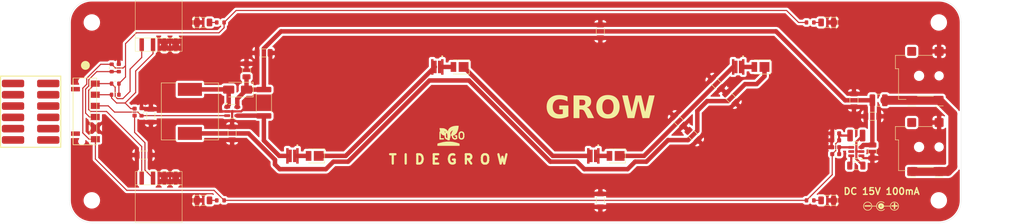
<source format=kicad_pcb>
(kicad_pcb (version 20240108) (generator "pcbnew") (generator_version "8.0")
  (layers (0 "F.Cu" signal) (31 "B.Cu" signal) (34 "B.Paste" user) (35 "F.Paste" user) (36 "B.SilkS" user "B.Silkscreen") (37 "F.SilkS" user "F.Silkscreen") (38 "B.Mask" user) (39 "F.Mask" user) (44 "Edge.Cuts" user))
  (net 0 "")
  (net 1 "GND")
  (net 2 "/PWR3V3")
  (net 3 "/PWRIN")
  (net 4 "/PWM_LEDW")
  (net 5 "Net-(D7-A)")
  (net 6 "Net-(D8-A)")
  (net 7 "Net-(D20-A)")
  (net 9 "Net-(D1-A)")
  (net 10 "Net-(U2-ISENSE)")
  (net 11 "Net-(D2-Pad1_1)")
  (net 12 "Net-(D10-Pad2_1)")
  (net 13 "Net-(D3-Pad2_1)")
  (net 14 "/TEMP")
  (net 16 "/SW")
  (net 17 "Net-(U4-BST)")
  (net 18 "Net-(U4-FB)")
  (net 32 "/SCL")
  (net 33 "/SDA")
  (net 34 "Net-(D6-A)")
  (net 35 "/PWRFUSED")
  (net 36 "/LN")
  (net 37 "Net-(D10-Pad1_1)")
  (net 38 "Net-(D11-Pad2_1)")
  (net 39 "Net-(D12-Pad2_1)")
  (net 40 "Net-(D11-Pad1_1)")
  (footprint "Diode_SMD:D_SMA" (layer "F.Cu") (at 87.7 95.1 180)
    (property "Reference" "D1" (hide yes))
    (property "Value" "SS34")
    (pad "1" smd roundrect (at -2 0 180) (size 2.5 1.8) (layers "F.Cu" "F.Paste" "F.Mask") (roundrect_rratio 0.1388888889) (net 35 "/PWRFUSED"))
    (pad "2" smd roundrect (at 2 0 180) (size 2.5 1.8) (layers "F.Cu" "F.Paste" "F.Mask") (roundrect_rratio 0.1388888889) (net 9 "Net-(D1-A)"))
  )
  (footprint "LD-LEDS:LED_PLCC_2835_KBIG" (layer "F.Cu") (at 205 90 180)
    (property "Reference" "D12" (hide yes))
    (property "Value" "660nm")
    (pad "1_1" smd rect (at -0.9 0 180) (size 2.2 2.2) (layers "F.Cu" "F.Paste" "F.Mask") (net 36 "/LN"))
    (pad "2_2" smd rect (at 1.375 0 180) (size 1.25 2.2) (layers "F.Cu" "F.Paste" "F.Mask") (net 39 "Net-(D12-Pad2_1)"))
  )
  (footprint "Resistor_SMD:R_1206_3216Metric" (layer "F.Cu") (at 68.25 100.95 90)
    (property "Reference" "R15" (hide yes))
    (property "Value" "0R")
    (pad "1" smd roundrect (at -1.4625 0 90) (size 1.125 1.75) (layers "F.Cu" "F.Paste" "F.Mask") (roundrect_rratio 0.222222) (net 1 "GND"))
    (pad "2" smd roundrect (at 1.4625 0 90) (size 1.125 1.75) (layers "F.Cu" "F.Paste" "F.Mask") (roundrect_rratio 0.222222) (net 1 "GND"))
  )
  (footprint "Package_TO_SOT_SMD:TSOT-23-6" (layer "F.Cu") (at 226.5 109.025 180)
    (property "Reference" "U4" (hide yes))
    (property "Value" "AP62300TWU-7")
    (pad "1" smd roundrect (at -1.1375 -0.95 180) (size 1.325 0.6) (layers "F.Cu" "F.Paste" "F.Mask") (net 1 "GND"))
    (pad "2" smd roundrect (at -1.1375 0 180) (size 1.325 0.6) (layers "F.Cu" "F.Paste" "F.Mask") (net 16 "/SW"))
    (pad "3" smd roundrect (at -1.1375 0.95 180) (size 1.325 0.6) (layers "F.Cu" "F.Paste" "F.Mask") (net 35 "/PWRFUSED"))
    (pad "4" smd roundrect (at 1.1375 0.95 180) (size 1.325 0.6) (layers "F.Cu" "F.Paste" "F.Mask") (net 18 "Net-(U4-FB)"))
    (pad "5" smd roundrect (at 1.1375 0 180) (size 1.325 0.6) (layers "F.Cu" "F.Paste" "F.Mask"))
    (pad "6" smd roundrect (at 1.1375 -0.95 180) (size 1.325 0.6) (layers "F.Cu" "F.Paste" "F.Mask") (net 17 "Net-(U4-BST)"))
  )
  (footprint "LD-MODULES:LD-ZWOLF" (layer "F.Cu") (at 41.275 100.065 -90)
    (property "Reference" "U3" (hide yes))
    (property "Value" "~")
    (pad "1" smd roundrect (at -6.35 -3.95 270) (size 1.7 5) (layers "F.Cu" "F.Paste" "F.Mask"))
    (pad "2" smd roundrect (at -3.81 -3.95 270) (size 1.7 5) (layers "F.Cu" "F.Paste" "F.Mask"))
    (pad "3" smd roundrect (at -1.27 -3.95 270) (size 1.7 5) (layers "F.Cu" "F.Paste" "F.Mask"))
    (pad "4" smd roundrect (at 1.27 -3.95 270) (size 1.7 5) (layers "F.Cu" "F.Paste" "F.Mask"))
    (pad "5" smd roundrect (at 3.81 -3.95 270) (size 1.7 5) (layers "F.Cu" "F.Paste" "F.Mask"))
    (pad "6" smd roundrect (at 6.35 -3.95 270) (size 1.7 5) (layers "F.Cu" "F.Paste" "F.Mask"))
    (pad "7" smd roundrect (at -6.35 3.95 270) (size 1.7 5) (layers "F.Cu" "F.Paste" "F.Mask"))
    (pad "8" smd roundrect (at -3.81 3.95 270) (size 1.7 5) (layers "F.Cu" "F.Paste" "F.Mask"))
    (pad "9" smd roundrect (at -1.27 3.95 270) (size 1.7 5) (layers "F.Cu" "F.Paste" "F.Mask"))
    (pad "10" smd roundrect (at 1.27 3.95 270) (size 1.7 5) (layers "F.Cu" "F.Paste" "F.Mask"))
    (pad "11" smd roundrect (at 3.81 3.95 270) (size 1.7 5) (layers "F.Cu" "F.Paste" "F.Mask"))
    (pad "12" smd roundrect (at 6.35 3.95 270) (size 1.7 5) (layers "F.Cu" "F.Paste" "F.Mask"))
  )
  (footprint "Resistor_SMD:R_1206_3216Metric" (layer "F.Cu") (at 198.34 97 -45)
    (property "Reference" "R13" (hide yes))
    (property "Value" "0R")
    (pad "1" smd roundrect (at -1.4625 0 315) (size 1.125 1.75) (layers "F.Cu" "F.Paste" "F.Mask") (roundrect_rratio 0.222222) (net 1 "GND"))
    (pad "2" smd roundrect (at 1.4625 0 315) (size 1.125 1.75) (layers "F.Cu" "F.Paste" "F.Mask") (roundrect_rratio 0.222222) (net 1 "GND"))
  )
  (footprint "Capacitor_SMD:C_0603_1608Metric" (layer "F.Cu") (at 221.875 106.5 180)
    (property "Reference" "C10" (hide yes))
    (property "Value" "22uF")
    (pad "1" smd roundrect (at -0.775 0 180) (size 0.9 0.95) (layers "F.Cu" "F.Paste" "F.Mask") (net 2 "/PWR3V3"))
    (pad "2" smd roundrect (at 0.775 0 180) (size 0.9 0.95) (layers "F.Cu" "F.Paste" "F.Mask") (net 1 "GND"))
  )
  (footprint "Capacitor_SMD:C_0603_1608Metric" (layer "F.Cu") (at 221.875 108.05)
    (property "Reference" "R10" (hide yes))
    (property "Value" "10K")
    (pad "1" smd roundrect (at -0.775 0) (size 0.9 0.95) (layers "F.Cu" "F.Paste" "F.Mask") (net 1 "GND"))
    (pad "2" smd roundrect (at 0.775 0) (size 0.9 0.95) (layers "F.Cu" "F.Paste" "F.Mask") (net 18 "Net-(U4-FB)"))
  )
  (footprint "MountingHole:MountingHole_3.2mm_M3_DIN965" (layer "F.Cu") (at 55 120)
    (property "Reference" "H3" (hide yes))
    (property "Value" "MountingHole")
    (pad "" np_thru_hole circle (at 0 0) (size 3.2 3.2) (drill 3.2) (layers "*.Cu" "*.Mask" "In1.Cu" "In2.Cu" "In3.Cu" "In4.Cu" "In5.Cu" "In6.Cu" "In7.Cu" "In8.Cu" "In9.Cu" "In10.Cu" "In11.Cu" "In12.Cu" "In13.Cu" "In14.Cu" "In15.Cu" "In16.Cu" "In17.Cu" "In18.Cu" "In19.Cu" "In20.Cu" "In21.Cu" "In22.Cu" "In23.Cu" "In24.Cu" "In25.Cu" "In26.Cu" "In27.Cu" "In28.Cu" "In29.Cu" "In30.Cu"))
  )
  (footprint "Resistor_SMD:R_1206_3216Metric" (layer "F.Cu") (at 169.08 82 90)
    (property "Reference" "R12" (hide yes))
    (property "Value" "0R")
    (pad "1" smd roundrect (at -1.4625 0 90) (size 1.125 1.75) (layers "F.Cu" "F.Paste" "F.Mask") (roundrect_rratio 0.222222) (net 1 "GND"))
    (pad "2" smd roundrect (at 1.4625 0 90) (size 1.125 1.75) (layers "F.Cu" "F.Paste" "F.Mask") (roundrect_rratio 0.222222) (net 1 "GND"))
  )
  (footprint "Connector_BarrelJack:BarrelJack_Wuerth_694108106102_2.5x5.5mm" (layer "F.Cu") (at 242 92 90)
    (property "Reference" "J2" (hide yes))
    (property "Value" "Barrel_Jack_Switch")
    (pad "" np_thru_hole circle (at 0 -1.425 90) (size 1.8 1.8) (drill 1.8) (layers "*.Cu" "*.Mask" "In1.Cu" "In2.Cu" "In3.Cu" "In4.Cu" "In5.Cu" "In6.Cu" "In7.Cu" "In8.Cu" "In9.Cu" "In10.Cu" "In11.Cu" "In12.Cu" "In13.Cu" "In14.Cu" "In15.Cu" "In16.Cu" "In17.Cu" "In18.Cu" "In19.Cu" "In20.Cu" "In21.Cu" "In22.Cu" "In23.Cu" "In24.Cu" "In25.Cu" "In26.Cu" "In27.Cu" "In28.Cu" "In29.Cu" "In30.Cu"))
    (pad "" np_thru_hole circle (at 0 3.075 90) (size 1.6 1.6) (drill 1.6) (layers "*.Cu" "*.Mask" "In1.Cu" "In2.Cu" "In3.Cu" "In4.Cu" "In5.Cu" "In6.Cu" "In7.Cu" "In8.Cu" "In9.Cu" "In10.Cu" "In11.Cu" "In12.Cu" "In13.Cu" "In14.Cu" "In15.Cu" "In16.Cu" "In17.Cu" "In18.Cu" "In19.Cu" "In20.Cu" "In21.Cu" "In22.Cu" "In23.Cu" "In24.Cu" "In25.Cu" "In26.Cu" "In27.Cu" "In28.Cu" "In29.Cu" "In30.Cu"))
    (pad "1" smd roundrect (at -5.5 -3.075 90) (size 2 2) (layers "F.Cu" "F.Paste" "F.Mask") (roundrect_rratio 0.125) (net 3 "/PWRIN"))
    (pad "1" smd roundrect (at -5.5 3.075 90) (size 2 2) (layers "F.Cu" "F.Paste" "F.Mask") (roundrect_rratio 0.125) (net 3 "/PWRIN"))
    (pad "2" smd roundrect (at 5.5 3.075 90) (size 2 2) (layers "F.Cu" "F.Paste" "F.Mask") (roundrect_rratio 0.125) (net 1 "GND"))
    (pad "3" smd roundrect (at 5.5 -3.075 90) (size 2 2) (layers "F.Cu" "F.Paste" "F.Mask") (roundrect_rratio 0.125))
  )
  (footprint "Capacitor_SMD:C_0603_1608Metric" (layer "F.Cu") (at 221.875 104.95 180)
    (property "Reference" "C9" (hide yes))
    (property "Value" "22uF")
    (pad "1" smd roundrect (at -0.775 0 180) (size 0.9 0.95) (layers "F.Cu" "F.Paste" "F.Mask") (net 2 "/PWR3V3"))
    (pad "2" smd roundrect (at 0.775 0 180) (size 0.9 0.95) (layers "F.Cu" "F.Paste" "F.Mask") (net 1 "GND"))
  )
  (footprint "LD-LEDS:LED_PLCC_2835_KBIG" (layer "F.Cu") (at 137.5 90 180)
    (property "Reference" "D10" (hide yes))
    (property "Value" "660nm")
    (pad "1_1" smd rect (at -0.9 0 180) (size 2.2 2.2) (layers "F.Cu" "F.Paste" "F.Mask") (net 37 "Net-(D10-Pad1_1)"))
    (pad "2_2" smd rect (at 1.375 0 180) (size 1.25 2.2) (layers "F.Cu" "F.Paste" "F.Mask") (net 12 "Net-(D10-Pad2_1)"))
  )
  (footprint "Inductor_SMD:L_SXN_SMDRI127" (layer "F.Cu") (at 77 100 90)
    (property "Reference" "L1" (hide yes))
    (property "Value" "47uH_1.2A_CMLH1204S470MTT")
    (pad "1" smd rect (at -4.95 0 90) (size 2.9 5.4) (layers "F.Cu" "F.Paste" "F.Mask") (net 36 "/LN"))
    (pad "2" smd rect (at 4.95 0 90) (size 2.9 5.4) (layers "F.Cu" "F.Paste" "F.Mask") (net 9 "Net-(D1-A)"))
  )
  (footprint "Resistor_SMD:R_0603_1608Metric" (layer "F.Cu") (at 216.15 80 180)
    (property "Reference" "R4" (hide yes))
    (property "Value" "1K")
    (pad "1" smd roundrect (at -0.825 0 180) (size 0.8 0.95) (layers "F.Cu" "F.Paste" "F.Mask") (net 34 "Net-(D6-A)"))
    (pad "2" smd roundrect (at 0.825 0 180) (size 0.8 0.95) (layers "F.Cu" "F.Paste" "F.Mask") (net 2 "/PWR3V3"))
  )
  (footprint "Resistor_SMD:R_0603_1608Metric" (layer "F.Cu") (at 59.45 90.225 90)
    (property "Reference" "R21" (hide yes))
    (property "Value" "20K")
    (pad "1" smd roundrect (at -0.825 0 90) (size 0.8 0.95) (layers "F.Cu" "F.Paste" "F.Mask") (net 14 "/TEMP"))
    (pad "2" smd roundrect (at 0.825 0 90) (size 0.8 0.95) (layers "F.Cu" "F.Paste" "F.Mask") (net 2 "/PWR3V3"))
  )
  (footprint "Resistor_SMD:R_1206_3216Metric" (layer "F.Cu") (at 93.5375 86.85)
    (property "Reference" "R14" (hide yes))
    (property "Value" "0R")
    (pad "1" smd roundrect (at -1.4625 0) (size 1.125 1.75) (layers "F.Cu" "F.Paste" "F.Mask") (roundrect_rratio 0.222222) (net 1 "GND"))
    (pad "2" smd roundrect (at 1.4625 0) (size 1.125 1.75) (layers "F.Cu" "F.Paste" "F.Mask") (roundrect_rratio 0.222222) (net 1 "GND"))
  )
  (footprint "LD-CONNECTORS:LD-SMD-FEMALE-1x04" (layer "F.Cu") (at 70 115 90)
    (property "Reference" "J5" (hide yes))
    (property "Value" "Conn_01x04_Socket")
    (pad "1" smd roundrect (at 0 -3.81 90) (size 3 1) (layers "F.Cu" "F.Paste" "F.Mask") (net 32 "/SCL"))
    (pad "2" smd roundrect (at 0 -1.27 90) (size 3 1) (layers "F.Cu" "F.Paste" "F.Mask") (net 33 "/SDA"))
    (pad "3" smd roundrect (at 0 1.27 90) (size 3 1) (layers "F.Cu" "F.Paste" "F.Mask") (net 1 "GND"))
    (pad "4" smd roundrect (at 0 3.81 90) (size 3 1) (layers "F.Cu" "F.Paste" "F.Mask") (net 1 "GND"))
  )
  (footprint "Capacitor_SMD:C_1206_3216Metric" (layer "F.Cu") (at 89.7 90.75 90)
    (property "Reference" "C4" (hide yes))
    (property "Value" "10uF30v")
    (pad "1" smd roundrect (at -1.475 0 90) (size 1.15 1.8) (layers "F.Cu" "F.Paste" "F.Mask") (roundrect_rratio 0.217391) (net 35 "/PWRFUSED"))
    (pad "2" smd roundrect (at 1.475 0 90) (size 1.15 1.8) (layers "F.Cu" "F.Paste" "F.Mask") (roundrect_rratio 0.217391) (net 1 "GND"))
  )
  (footprint "Resistor_SMD:R_0603_1608Metric" (layer "F.Cu") (at 61.05 90.225 90)
    (property "Reference" "TH1" (hide yes))
    (property "Value" "Thermistor_NTC")
    (pad "1" smd roundrect (at -0.825 0 90) (size 0.8 0.95) (layers "F.Cu" "F.Paste" "F.Mask") (net 14 "/TEMP"))
    (pad "2" smd roundrect (at 0.825 0 90) (size 0.8 0.95) (layers "F.Cu" "F.Paste" "F.Mask") (net 1 "GND"))
  )
  (footprint "Fuse:Fuse_1210_3225Metric" (layer "F.Cu") (at 231.5 97.5 180)
    (property "Reference" "F2" (hide yes))
    (property "Value" "1A_TRIP")
    (pad "1" smd roundrect (at -1.4 0 180) (size 1.25 2.65) (layers "F.Cu" "F.Paste" "F.Mask") (roundrect_rratio 0.2) (net 3 "/PWRIN"))
    (pad "2" smd roundrect (at 1.4 0 180) (size 1.25 2.65) (layers "F.Cu" "F.Paste" "F.Mask") (roundrect_rratio 0.2) (net 35 "/PWRFUSED"))
  )
  (footprint "Resistor_SMD:R_1206_3216Metric" (layer "F.Cu") (at 66.6075 109.82)
    (property "Reference" "R15" (hide yes))
    (property "Value" "0R")
    (pad "1" smd roundrect (at -1.4625 0) (size 1.125 1.75) (layers "F.Cu" "F.Paste" "F.Mask") (roundrect_rratio 0.222222) (net 1 "GND"))
    (pad "2" smd roundrect (at 1.4625 0) (size 1.125 1.75) (layers "F.Cu" "F.Paste" "F.Mask") (roundrect_rratio 0.222222) (net 1 "GND"))
  )
  (footprint "LED_SMD:LED_1206_3216Metric" (layer "F.Cu") (at 80 120)
    (property "Reference" "D7" (hide yes))
    (property "Value" "LED")
    (pad "1" smd roundrect (at -1.4 0) (size 1.25 1.75) (layers "F.Cu" "F.Paste" "F.Mask") (roundrect_rratio 0.2) (net 1 "GND"))
    (pad "2" smd roundrect (at 1.4 0) (size 1.25 1.75) (layers "F.Cu" "F.Paste" "F.Mask") (roundrect_rratio 0.2) (net 5 "Net-(D7-A)"))
  )
  (footprint "Capacitor_SMD:C_1206_3216Metric" (layer "F.Cu") (at 226.5 112.175)
    (property "Reference" "C8" (hide yes))
    (property "Value" "100nF30v")
    (pad "1" smd roundrect (at -1.475 0) (size 1.15 1.8) (layers "F.Cu" "F.Paste" "F.Mask") (roundrect_rratio 0.217391) (net 17 "Net-(U4-BST)"))
    (pad "2" smd roundrect (at 1.475 0) (size 1.15 1.8) (layers "F.Cu" "F.Paste" "F.Mask") (roundrect_rratio 0.217391) (net 16 "/SW"))
  )
  (footprint "Resistor_SMD:R_0603_1608Metric" (layer "F.Cu") (at 66.15 100.15 -90)
    (property "Reference" "R18" (hide yes))
    (property "Value" "10K")
    (pad "1" smd roundrect (at -0.825 0 270) (size 0.8 0.95) (layers "F.Cu" "F.Paste" "F.Mask") (net 1 "GND"))
    (pad "2" smd roundrect (at 0.825 0 270) (size 0.8 0.95) (layers "F.Cu" "F.Paste" "F.Mask") (net 4 "/PWM_LEDW"))
  )
  (footprint "Connector_BarrelJack:BarrelJack_Wuerth_694108106102_2.5x5.5mm" (layer "F.Cu") (at 242 108 90)
    (property "Reference" "J3" (hide yes))
    (property "Value" "Barrel_Jack_Switch")
    (pad "" np_thru_hole circle (at 0 -1.425 90) (size 1.8 1.8) (drill 1.8) (layers "*.Cu" "*.Mask" "In1.Cu" "In2.Cu" "In3.Cu" "In4.Cu" "In5.Cu" "In6.Cu" "In7.Cu" "In8.Cu" "In9.Cu" "In10.Cu" "In11.Cu" "In12.Cu" "In13.Cu" "In14.Cu" "In15.Cu" "In16.Cu" "In17.Cu" "In18.Cu" "In19.Cu" "In20.Cu" "In21.Cu" "In22.Cu" "In23.Cu" "In24.Cu" "In25.Cu" "In26.Cu" "In27.Cu" "In28.Cu" "In29.Cu" "In30.Cu"))
    (pad "" np_thru_hole circle (at 0 3.075 90) (size 1.6 1.6) (drill 1.6) (layers "*.Cu" "*.Mask" "In1.Cu" "In2.Cu" "In3.Cu" "In4.Cu" "In5.Cu" "In6.Cu" "In7.Cu" "In8.Cu" "In9.Cu" "In10.Cu" "In11.Cu" "In12.Cu" "In13.Cu" "In14.Cu" "In15.Cu" "In16.Cu" "In17.Cu" "In18.Cu" "In19.Cu" "In20.Cu" "In21.Cu" "In22.Cu" "In23.Cu" "In24.Cu" "In25.Cu" "In26.Cu" "In27.Cu" "In28.Cu" "In29.Cu" "In30.Cu"))
    (pad "1" smd roundrect (at -5.5 -3.075 90) (size 2 2) (layers "F.Cu" "F.Paste" "F.Mask") (roundrect_rratio 0.125) (net 3 "/PWRIN"))
    (pad "1" smd roundrect (at -5.5 3.075 90) (size 2 2) (layers "F.Cu" "F.Paste" "F.Mask") (roundrect_rratio 0.125) (net 3 "/PWRIN"))
    (pad "2" smd roundrect (at 5.5 3.075 90) (size 2 2) (layers "F.Cu" "F.Paste" "F.Mask") (roundrect_rratio 0.125) (net 1 "GND"))
    (pad "3" smd roundrect (at 5.5 -3.075 90) (size 2 2) (layers "F.Cu" "F.Paste" "F.Mask") (roundrect_rratio 0.125))
  )
  (footprint "LED_SMD:LED_1206_3216Metric" (layer "F.Cu") (at 220 120 180)
    (property "Reference" "D8" (hide yes))
    (property "Value" "LED")
    (pad "1" smd roundrect (at -1.4 0 180) (size 1.25 1.75) (layers "F.Cu" "F.Paste" "F.Mask") (roundrect_rratio 0.2) (net 1 "GND"))
    (pad "2" smd roundrect (at 1.4 0 180) (size 1.25 1.75) (layers "F.Cu" "F.Paste" "F.Mask") (roundrect_rratio 0.2) (net 6 "Net-(D8-A)"))
  )
  (footprint "Resistor_SMD:R_1206_3216Metric" (layer "F.Cu") (at 195.1 93.75 135)
    (property "Reference" "R19" (hide yes))
    (property "Value" "0R")
    (pad "1" smd roundrect (at -1.4625 0 135) (size 1.125 1.75) (layers "F.Cu" "F.Paste" "F.Mask") (roundrect_rratio 0.222222) (net 1 "GND"))
    (pad "2" smd roundrect (at 1.4625 0 135) (size 1.125 1.75) (layers "F.Cu" "F.Paste" "F.Mask") (roundrect_rratio 0.222222) (net 1 "GND"))
  )
  (footprint "LD-LEDS:LED_PLCC_2835_KBIG" (layer "F.Cu") (at 172.5 110 180)
    (property "Reference" "D11" (hide yes))
    (property "Value" "660nm")
    (pad "1_1" smd rect (at -0.9 0 180) (size 2.2 2.2) (layers "F.Cu" "F.Paste" "F.Mask") (net 40 "Net-(D11-Pad1_1)"))
    (pad "2_2" smd rect (at 1.375 0 180) (size 1.25 2.2) (layers "F.Cu" "F.Paste" "F.Mask") (net 38 "Net-(D11-Pad2_1)"))
  )
  (footprint "Resistor_SMD:R_0603_1608Metric" (layer "F.Cu") (at 216.15 120 180)
    (property "Reference" "R7" (hide yes))
    (property "Value" "1K")
    (pad "1" smd roundrect (at -0.825 0 180) (size 0.8 0.95) (layers "F.Cu" "F.Paste" "F.Mask") (net 6 "Net-(D8-A)"))
    (pad "2" smd roundrect (at 0.825 0 180) (size 0.8 0.95) (layers "F.Cu" "F.Paste" "F.Mask") (net 2 "/PWR3V3"))
  )
  (footprint "Resistor_SMD:R_2512_6332Metric" (layer "F.Cu") (at 93.6 98.05 -90)
    (property "Reference" "R6" (hide yes))
    (property "Value" "2000mOhm")
    (pad "1" smd roundrect (at -2.9625 0 270) (size 1.225 3.35) (layers "F.Cu" "F.Paste" "F.Mask") (roundrect_rratio 0.204082) (net 35 "/PWRFUSED"))
    (pad "2" smd roundrect (at 2.9625 0 270) (size 1.225 3.35) (layers "F.Cu" "F.Paste" "F.Mask") (roundrect_rratio 0.204082) (net 10 "Net-(U2-ISENSE)"))
  )
  (footprint "Resistor_SMD:R_1206_3216Metric" (layer "F.Cu") (at 86.47 104.94 90)
    (property "Reference" "R24" (hide yes))
    (property "Value" "0R")
    (pad "1" smd roundrect (at -1.4625 0 90) (size 1.125 1.75) (layers "F.Cu" "F.Paste" "F.Mask") (roundrect_rratio 0.222222) (net 1 "GND"))
    (pad "2" smd roundrect (at 1.4625 0 90) (size 1.125 1.75) (layers "F.Cu" "F.Paste" "F.Mask") (roundrect_rratio 0.222222) (net 1 "GND"))
  )
  (footprint "LD-LEDS:LED_PLCC_2835_KBIG" (layer "F.Cu") (at 105 110 180)
    (property "Reference" "D9" (hide yes))
    (property "Value" "660nm")
    (pad "1_1" smd rect (at -0.9 0 180) (size 2.2 2.2) (layers "F.Cu" "F.Paste" "F.Mask") (net 13 "Net-(D3-Pad2_1)"))
    (pad "2_2" smd rect (at 1.375 0 180) (size 1.25 2.2) (layers "F.Cu" "F.Paste" "F.Mask") (net 11 "Net-(D2-Pad1_1)"))
  )
  (footprint "Capacitor_SMD:C_1206_3216Metric" (layer "F.Cu") (at 230.1 109.025 -90)
    (property "Reference" "C6" (hide yes))
    (property "Value" "10uF30v")
    (pad "1" smd roundrect (at -1.475 0 270) (size 1.15 1.8) (layers "F.Cu" "F.Paste" "F.Mask") (roundrect_rratio 0.217391) (net 35 "/PWRFUSED"))
    (pad "2" smd roundrect (at 1.475 0 270) (size 1.15 1.8) (layers "F.Cu" "F.Paste" "F.Mask") (roundrect_rratio 0.217391) (net 1 "GND"))
  )
  (footprint "Resistor_SMD:R_0603_1608Metric" (layer "F.Cu") (at 60.25 96.25)
    (property "Reference" "R1" (hide yes))
    (property "Value" "10K")
    (pad "1" smd roundrect (at -0.825 0) (size 0.8 0.95) (layers "F.Cu" "F.Paste" "F.Mask") (net 33 "/SDA"))
    (pad "2" smd roundrect (at 0.825 0) (size 0.8 0.95) (layers "F.Cu" "F.Paste" "F.Mask") (net 2 "/PWR3V3"))
  )
  (footprint "Resistor_SMD:R_1206_3216Metric" (layer "F.Cu") (at 230.0875 101.1)
    (property "Reference" "R8" (hide yes))
    (property "Value" "0R")
    (pad "1" smd roundrect (at -1.4625 0) (size 1.125 1.75) (layers "F.Cu" "F.Paste" "F.Mask") (roundrect_rratio 0.222222) (net 1 "GND"))
    (pad "2" smd roundrect (at 1.4625 0) (size 1.125 1.75) (layers "F.Cu" "F.Paste" "F.Mask") (roundrect_rratio 0.222222) (net 1 "GND"))
  )
  (footprint "Resistor_SMD:R_1206_3216Metric" (layer "F.Cu") (at 189.89 105.41 135)
    (property "Reference" "R20" (hide yes))
    (property "Value" "0R")
    (pad "1" smd roundrect (at -1.4625 0 135) (size 1.125 1.75) (layers "F.Cu" "F.Paste" "F.Mask") (roundrect_rratio 0.222222) (net 1 "GND"))
    (pad "2" smd roundrect (at 1.4625 0 135) (size 1.125 1.75) (layers "F.Cu" "F.Paste" "F.Mask") (roundrect_rratio 0.222222) (net 1 "GND"))
  )
  (footprint "MountingHole:MountingHole_3.2mm_M3_DIN965" (layer "F.Cu") (at 55 80)
    (property "Reference" "H1" (hide yes))
    (property "Value" "MountingHole")
    (pad "" np_thru_hole circle (at 0 0) (size 3.2 3.2) (drill 3.2) (layers "*.Cu" "*.Mask" "In1.Cu" "In2.Cu" "In3.Cu" "In4.Cu" "In5.Cu" "In6.Cu" "In7.Cu" "In8.Cu" "In9.Cu" "In10.Cu" "In11.Cu" "In12.Cu" "In13.Cu" "In14.Cu" "In15.Cu" "In16.Cu" "In17.Cu" "In18.Cu" "In19.Cu" "In20.Cu" "In21.Cu" "In22.Cu" "In23.Cu" "In24.Cu" "In25.Cu" "In26.Cu" "In27.Cu" "In28.Cu" "In29.Cu" "In30.Cu"))
  )
  (footprint "LD-LEDS:LED_SPMWHD32AMD5XAU0S0" (layer "F.Cu") (at 167.5 110 -90)
    (property "Reference" "D4" (hide yes))
    (property "Value" "LM301B")
    (pad "1_1" smd rect (at 0 -1.125 90) (size 3.5 0.55) (layers "F.Cu" "F.Paste" "F.Mask") (net 38 "Net-(D11-Pad2_1)"))
    (pad "1_2" smd rect (at 0 -0.5 90) (size 2.8 0.7) (layers "F.Cu" "F.Paste" "F.Mask") (net 38 "Net-(D11-Pad2_1)"))
    (pad "2_1" smd rect (at 0 1.125 90) (size 3.5 0.55) (layers "F.Cu" "F.Paste" "F.Mask") (net 37 "Net-(D10-Pad1_1)"))
    (pad "2_2" smd rect (at 0 0.5 90) (size 2.8 0.7) (layers "F.Cu" "F.Paste" "F.Mask") (net 37 "Net-(D10-Pad1_1)"))
  )
  (footprint "LD-CONNECTORS:SPRING-MALE-6P-TIGHTHOLES" (layer "F.Cu") (at 53.55 100)
    (property "Reference" "J4" (hide yes))
    (property "Value" "Conn_01x06")
    (pad "" np_thru_hole circle (at -0.815 -6.75) (size 1 1) (drill 1.1) (layers "*.Cu" "*.Mask" "In1.Cu" "In2.Cu" "In3.Cu" "In4.Cu" "In5.Cu" "In6.Cu" "In7.Cu" "In8.Cu" "In9.Cu" "In10.Cu" "In11.Cu" "In12.Cu" "In13.Cu" "In14.Cu" "In15.Cu" "In16.Cu" "In17.Cu" "In18.Cu" "In19.Cu" "In20.Cu" "In21.Cu" "In22.Cu" "In23.Cu" "In24.Cu" "In25.Cu" "In26.Cu" "In27.Cu" "In28.Cu" "In29.Cu" "In30.Cu"))
    (pad "" np_thru_hole circle (at -0.815 6.75) (size 1 1) (drill 1.1) (layers "*.Cu" "*.Mask" "In1.Cu" "In2.Cu" "In3.Cu" "In4.Cu" "In5.Cu" "In6.Cu" "In7.Cu" "In8.Cu" "In9.Cu" "In10.Cu" "In11.Cu" "In12.Cu" "In13.Cu" "In14.Cu" "In15.Cu" "In16.Cu" "In17.Cu" "In18.Cu" "In19.Cu" "In20.Cu" "In21.Cu" "In22.Cu" "In23.Cu" "In24.Cu" "In25.Cu" "In26.Cu" "In27.Cu" "In28.Cu" "In29.Cu" "In30.Cu"))
    (pad "1" smd rect (at 2.225 -6.25) (size 2 1.4) (layers "F.Cu" "F.Paste" "F.Mask") (net 32 "/SCL"))
    (pad "2" smd rect (at 2.225 -3.75) (size 2 1.4) (layers "F.Cu" "F.Paste" "F.Mask") (net 33 "/SDA"))
    (pad "3" smd rect (at 2.225 -1.25) (size 2 1.4) (layers "F.Cu" "F.Paste" "F.Mask") (net 4 "/PWM_LEDW"))
    (pad "4" smd rect (at 2.225 1.25) (size 2 1.4) (layers "F.Cu" "F.Paste" "F.Mask") (net 14 "/TEMP"))
    (pad "5" smd rect (at 2.25 3.75) (size 2 1.4) (layers "F.Cu" "F.Paste" "F.Mask") (net 1 "GND"))
    (pad "6" smd rect (at 2.25 6.25) (size 2 1.4) (layers "F.Cu" "F.Paste" "F.Mask") (net 2 "/PWR3V3"))
    (pad "7" smd rect (at -2.225 -5) (size 2 1) (layers "F.Cu" "F.Paste" "F.Mask"))
    (pad "7" smd rect (at -2.225 5) (size 2 1) (layers "F.Cu" "F.Paste" "F.Mask"))
  )
  (footprint "LD-LEDS:LED_SPMWHD32AMD5XAU0S0" (layer "F.Cu") (at 100 110 -90)
    (property "Reference" "D2" (hide yes))
    (property "Value" "LM301B")
    (pad "1_1" smd rect (at 0 -1.125 90) (size 3.5 0.55) (layers "F.Cu" "F.Paste" "F.Mask") (net 11 "Net-(D2-Pad1_1)"))
    (pad "1_2" smd rect (at 0 -0.5 90) (size 2.8 0.7) (layers "F.Cu" "F.Paste" "F.Mask") (net 11 "Net-(D2-Pad1_1)"))
    (pad "2_1" smd rect (at 0 1.125 90) (size 3.5 0.55) (layers "F.Cu" "F.Paste" "F.Mask") (net 10 "Net-(U2-ISENSE)"))
    (pad "2_2" smd rect (at 0 0.5 90) (size 2.8 0.7) (layers "F.Cu" "F.Paste" "F.Mask") (net 10 "Net-(U2-ISENSE)"))
  )
  (footprint "MountingHole:MountingHole_3.2mm_M3_DIN965" (layer "F.Cu") (at 245 80)
    (property "Reference" "H2" (hide yes))
    (property "Value" "MountingHole")
    (pad "" np_thru_hole circle (at 0 0) (size 3.2 3.2) (drill 3.2) (layers "*.Cu" "*.Mask" "In1.Cu" "In2.Cu" "In3.Cu" "In4.Cu" "In5.Cu" "In6.Cu" "In7.Cu" "In8.Cu" "In9.Cu" "In10.Cu" "In11.Cu" "In12.Cu" "In13.Cu" "In14.Cu" "In15.Cu" "In16.Cu" "In17.Cu" "In18.Cu" "In19.Cu" "In20.Cu" "In21.Cu" "In22.Cu" "In23.Cu" "In24.Cu" "In25.Cu" "In26.Cu" "In27.Cu" "In28.Cu" "In29.Cu" "In30.Cu"))
  )
  (footprint "MountingHole:MountingHole_3.2mm_M3_DIN965" (layer "F.Cu") (at 245 120)
    (property "Reference" "H4" (hide yes))
    (property "Value" "MountingHole")
    (pad "" np_thru_hole circle (at 0 0) (size 3.2 3.2) (drill 3.2) (layers "*.Cu" "*.Mask" "In1.Cu" "In2.Cu" "In3.Cu" "In4.Cu" "In5.Cu" "In6.Cu" "In7.Cu" "In8.Cu" "In9.Cu" "In10.Cu" "In11.Cu" "In12.Cu" "In13.Cu" "In14.Cu" "In15.Cu" "In16.Cu" "In17.Cu" "In18.Cu" "In19.Cu" "In20.Cu" "In21.Cu" "In22.Cu" "In23.Cu" "In24.Cu" "In25.Cu" "In26.Cu" "In27.Cu" "In28.Cu" "In29.Cu" "In30.Cu"))
  )
  (footprint "Package_TO_SOT_SMD:SOT-23-5" (layer "F.Cu") (at 86.5 100)
    (property "Reference" "U2" (hide yes))
    (property "Value" "PAM2861")
    (pad "1" smd roundrect (at -1.1375 -0.95) (size 1.325 0.6) (layers "F.Cu" "F.Paste" "F.Mask") (net 9 "Net-(D1-A)"))
    (pad "2" smd roundrect (at -1.1375 0) (size 1.325 0.6) (layers "F.Cu" "F.Paste" "F.Mask") (net 1 "GND"))
    (pad "3" smd roundrect (at -1.1375 0.95) (size 1.325 0.6) (layers "F.Cu" "F.Paste" "F.Mask") (net 4 "/PWM_LEDW"))
    (pad "4" smd roundrect (at 1.1375 0.95) (size 1.325 0.6) (layers "F.Cu" "F.Paste" "F.Mask") (net 10 "Net-(U2-ISENSE)"))
    (pad "5" smd roundrect (at 1.1375 -0.95) (size 1.325 0.6) (layers "F.Cu" "F.Paste" "F.Mask") (net 35 "/PWRFUSED"))
  )
  (footprint "LD-LEDS:LED_SPMWHD32AMD5XAU0S0" (layer "F.Cu") (at 200 90 -90)
    (property "Reference" "D5" (hide yes))
    (property "Value" "LM301B")
    (pad "1_1" smd rect (at 0 -1.125 90) (size 3.5 0.55) (layers "F.Cu" "F.Paste" "F.Mask") (net 39 "Net-(D12-Pad2_1)"))
    (pad "1_2" smd rect (at 0 -0.5 90) (size 2.8 0.7) (layers "F.Cu" "F.Paste" "F.Mask") (net 39 "Net-(D12-Pad2_1)"))
    (pad "2_1" smd rect (at 0 1.125 90) (size 3.5 0.55) (layers "F.Cu" "F.Paste" "F.Mask") (net 40 "Net-(D11-Pad1_1)"))
    (pad "2_2" smd rect (at 0 0.5 90) (size 2.8 0.7) (layers "F.Cu" "F.Paste" "F.Mask") (net 40 "Net-(D11-Pad1_1)"))
  )
  (footprint "LED_SMD:LED_1206_3216Metric" (layer "F.Cu") (at 80 80)
    (property "Reference" "D20" (hide yes))
    (property "Value" "LED")
    (pad "1" smd roundrect (at -1.4 0) (size 1.25 1.75) (layers "F.Cu" "F.Paste" "F.Mask") (roundrect_rratio 0.2) (net 1 "GND"))
    (pad "2" smd roundrect (at 1.4 0) (size 1.25 1.75) (layers "F.Cu" "F.Paste" "F.Mask") (roundrect_rratio 0.2) (net 7 "Net-(D20-A)"))
  )
  (footprint "LD-LOGO:ld-tidegrow" (layer "F.Cu") (at 134.99 105.48)
    (property "Reference" "G***" (hide yes))
    (property "Value" "LOGO" (at 0.75 0 0) (layer "F.SilkS") (effects (font (size 1.524 1.524) (thickness 0.3))))
  )
  (footprint "Resistor_SMD:R_1206_3216Metric" (layer "F.Cu") (at 169.08 120 90)
    (property "Reference" "R25" (hide yes))
    (property "Value" "0R")
    (pad "1" smd roundrect (at -1.4625 0 90) (size 1.125 1.75) (layers "F.Cu" "F.Paste" "F.Mask") (roundrect_rratio 0.222222) (net 1 "GND"))
    (pad "2" smd roundrect (at 1.4625 0 90) (size 1.125 1.75) (layers "F.Cu" "F.Paste" "F.Mask") (roundrect_rratio 0.222222) (net 1 "GND"))
  )
  (footprint "Capacitor_SMD:C_0603_1608Metric" (layer "F.Cu") (at 221.875 109.6 180)
    (property "Reference" "R9" (hide yes))
    (property "Value" "33K2")
    (pad "1" smd roundrect (at -0.775 0 180) (size 0.9 0.95) (layers "F.Cu" "F.Paste" "F.Mask") (net 18 "Net-(U4-FB)"))
    (pad "2" smd roundrect (at 0.775 0 180) (size 0.9 0.95) (layers "F.Cu" "F.Paste" "F.Mask") (net 2 "/PWR3V3"))
  )
  (footprint "Resistor_SMD:R_1206_3216Metric" (layer "F.Cu") (at 225.97 97.5125 90)
    (property "Reference" "R11" (hide yes))
    (property "Value" "0R")
    (pad "1" smd roundrect (at -1.4625 0 90) (size 1.125 1.75) (layers "F.Cu" "F.Paste" "F.Mask") (roundrect_rratio 0.222222) (net 1 "GND"))
    (pad "2" smd roundrect (at 1.4625 0 90) (size 1.125 1.75) (layers "F.Cu" "F.Paste" "F.Mask") (roundrect_rratio 0.222222) (net 1 "GND"))
  )
  (footprint "Resistor_SMD:R_0603_1608Metric" (layer "F.Cu") (at 83.85 120)
    (property "Reference" "R5" (hide yes))
    (property "Value" "1K")
    (pad "1" smd roundrect (at -0.825 0) (size 0.8 0.95) (layers "F.Cu" "F.Paste" "F.Mask") (net 5 "Net-(D7-A)"))
    (pad "2" smd roundrect (at 0.825 0) (size 0.8 0.95) (layers "F.Cu" "F.Paste" "F.Mask") (net 2 "/PWR3V3"))
  )
  (footprint "Inductor_SMD:L_1210_3225Metric" (layer "F.Cu") (at 226.5 105.425 180)
    (property "Reference" "L4" (hide yes))
    (property "Value" "3.3uH 1.2A")
    (pad "1" smd roundrect (at -1.4 0 180) (size 1.25 2.65) (layers "F.Cu" "F.Paste" "F.Mask") (roundrect_rratio 0.2) (net 16 "/SW"))
    (pad "2" smd roundrect (at 1.4 0 180) (size 1.25 2.65) (layers "F.Cu" "F.Paste" "F.Mask") (roundrect_rratio 0.2) (net 2 "/PWR3V3"))
  )
  (footprint "Symbol:Symbol_Barrel_Polarity" (layer "F.Cu") (at 232.046429 121.225)
    (property "Reference" "REF**" (hide yes))
    (property "Value" "Symbol_Barrel_Polarity")
  )
  (footprint "Resistor_SMD:R_0603_1608Metric" (layer "F.Cu") (at 60.25 93.75)
    (property "Reference" "R2" (hide yes))
    (property "Value" "10K")
    (pad "1" smd roundrect (at -0.825 0) (size 0.8 0.95) (layers "F.Cu" "F.Paste" "F.Mask") (net 32 "/SCL"))
    (pad "2" smd roundrect (at 0.825 0) (size 0.8 0.95) (layers "F.Cu" "F.Paste" "F.Mask") (net 2 "/PWR3V3"))
  )
  (footprint "LD-CONNECTORS:LD-SMD-FEMALE-1x04" (layer "F.Cu") (at 70 85 -90)
    (property "Reference" "J1" (hide yes))
    (property "Value" "Conn_01x04_Socket")
    (pad "1" smd roundrect (at 0 -3.81 270) (size 3 1) (layers "F.Cu" "F.Paste" "F.Mask") (net 1 "GND"))
    (pad "2" smd roundrect (at 0 -1.27 270) (size 3 1) (layers "F.Cu" "F.Paste" "F.Mask") (net 1 "GND"))
    (pad "3" smd roundrect (at 0 1.27 270) (size 3 1) (layers "F.Cu" "F.Paste" "F.Mask") (net 33 "/SDA"))
    (pad "4" smd roundrect (at 0 3.81 270) (size 3 1) (layers "F.Cu" "F.Paste" "F.Mask") (net 32 "/SCL"))
  )
  (footprint "Resistor_SMD:R_1206_3216Metric" (layer "F.Cu") (at 186.65 102.15 135)
    (property "Reference" "R17" (hide yes))
    (property "Value" "0R")
    (pad "1" smd roundrect (at -1.4625 0 135) (size 1.125 1.75) (layers "F.Cu" "F.Paste" "F.Mask") (roundrect_rratio 0.222222) (net 1 "GND"))
    (pad "2" smd roundrect (at 1.4625 0 135) (size 1.125 1.75) (layers "F.Cu" "F.Paste" "F.Mask") (roundrect_rratio 0.222222) (net 1 "GND"))
  )
  (footprint "Resistor_SMD:R_0603_1608Metric" (layer "F.Cu") (at 83.85 80)
    (property "Reference" "R3" (hide yes))
    (property "Value" "1K")
    (pad "1" smd roundrect (at -0.825 0) (size 0.8 0.95) (layers "F.Cu" "F.Paste" "F.Mask") (net 7 "Net-(D20-A)"))
    (pad "2" smd roundrect (at 0.825 0) (size 0.8 0.95) (layers "F.Cu" "F.Paste" "F.Mask") (net 2 "/PWR3V3"))
  )
  (footprint "Capacitor_SMD:C_0603_1608Metric" (layer "F.Cu") (at 64.59 100.155 90)
    (property "Reference" "R16" (hide yes))
    (property "Value" "0R")
    (pad "1" smd roundrect (at -0.775 0 90) (size 0.9 0.95) (layers "F.Cu" "F.Paste" "F.Mask") (net 33 "/SDA"))
    (pad "2" smd roundrect (at 0.775 0 90) (size 0.9 0.95) (layers "F.Cu" "F.Paste" "F.Mask") (net 33 "/SDA"))
  )
  (footprint "LD-LEDS:LED_SPMWHD32AMD5XAU0S0" (layer "F.Cu") (at 132.5 90 -90)
    (property "Reference" "D3" (hide yes))
    (property "Value" "LM301B")
    (pad "1_1" smd rect (at 0 -1.125 90) (size 3.5 0.55) (layers "F.Cu" "F.Paste" "F.Mask") (net 12 "Net-(D10-Pad2_1)"))
    (pad "1_2" smd rect (at 0 -0.5 90) (size 2.8 0.7) (layers "F.Cu" "F.Paste" "F.Mask") (net 12 "Net-(D10-Pad2_1)"))
    (pad "2_1" smd rect (at 0 1.125 90) (size 3.5 0.55) (layers "F.Cu" "F.Paste" "F.Mask") (net 13 "Net-(D3-Pad2_1)"))
    (pad "2_2" smd rect (at 0 0.5 90) (size 2.8 0.7) (layers "F.Cu" "F.Paste" "F.Mask") (net 13 "Net-(D3-Pad2_1)"))
  )
  (footprint "LED_SMD:LED_1206_3216Metric" (layer "F.Cu") (at 220 80 180)
    (property "Reference" "D6" (hide yes))
    (property "Value" "LED")
    (pad "1" smd roundrect (at -1.4 0 180) (size 1.25 1.75) (layers "F.Cu" "F.Paste" "F.Mask") (roundrect_rratio 0.2) (net 1 "GND"))
    (pad "2" smd roundrect (at 1.4 0 180) (size 1.25 1.75) (layers "F.Cu" "F.Paste" "F.Mask") (roundrect_rratio 0.2) (net 34 "Net-(D6-A)"))
  )
  (gr_circle (center 53.5625 89.65) (end 54.3125 89.65) (stroke (width 0.5)) (fill solid) (layer "F.SilkS"))
  (gr_arc (start 55 125) (mid 51.464466 123.535534) (end 50 120) (stroke (width 0.05)) (layer "Edge.Cuts"))
  (gr_arc (start 50 80) (mid 51.464466 76.464466) (end 55 75) (stroke (width 0.05)) (layer "Edge.Cuts"))
  (gr_line (start 55 75) (end 245 75) (stroke (width 0.05)) (layer "Edge.Cuts"))
  (gr_line (start 250 80) (end 250 120) (stroke (width 0.05)) (layer "Edge.Cuts"))
  (gr_arc (start 250 120) (mid 248.535534 123.535534) (end 245 125) (stroke (width 0.05)) (layer "Edge.Cuts"))
  (gr_line (start 245 125) (end 55 125) (stroke (width 0.05)) (layer "Edge.Cuts"))
  (gr_line (start 50 120) (end 50 80) (stroke (width 0.05)) (layer "Edge.Cuts"))
  (gr_arc (start 245 75) (mid 248.535534 76.464466) (end 250 80) (stroke (width 0.05)) (layer "Edge.Cuts"))
  (gr_text "T I D E G R O W" (at 135.012126 110.78 0) (layer "F.SilkS") (effects (font (size 2.1 2.1) (thickness 0.5) (bold yes))))
  (gr_text "GROW" (at 169.08 99.43 0) (layer "F.SilkS") (effects (font (size 5 5) (thickness 0.625) (bold yes))))
  (gr_text "+" (at 233.946429 122.025 0) (layer "F.SilkS") (effects (font (size 1.5 1.5) (thickness 0.3) (bold yes)) (justify left bottom)))
  (gr_text "DC 15V 100mA" (at 232.175 118.846 0) (layer "F.SilkS") (effects (font (size 1.5 1.5) (thickness 0.3) (bold yes)) (justify bottom)))
  (gr_text "-" (at 227.946429 122.025 0) (layer "F.SilkS") (effects (font (size 1.5 1.5) (thickness 0.3) (bold yes)) (justify left bottom)))
  (segment (start 85.3625 100) (end 86.36 100) (width 0.5) (layer "F.Cu") (net 1))
  (segment (start 86.475 103.4725) (end 86.47 103.4775) (width 0.5) (layer "F.Cu") (net 1))
  (segment (start 86.36 100) (end 88.5 100) (width 0.5) (layer "F.Cu") (net 1))
  (segment (start 228.1625 110.5) (end 227.6375 109.975) (width 0.5) (layer "F.Cu") (net 1))
  (segment (start 83.9 100) (end 83.86 99.96) (width 0.5) (layer "F.Cu") (net 1))
  (segment (start 85.3625 100) (end 83.9 100) (width 0.5) (layer "F.Cu") (net 1))
  (segment (start 86.475 100.115) (end 86.475 103.4725) (width 0.5) (layer "F.Cu") (net 1))
  (segment (start 88.5 100) (end 89.4 99.1) (width 0.5) (layer "F.Cu") (net 1))
  (segment (start 230.1 110.5) (end 228.1625 110.5) (width 0.5) (layer "F.Cu") (net 1))
  (segment (start 86.36 100) (end 86.475 100.115) (width 0.5) (layer "F.Cu") (net 1))
  (segment (start 62.56 92.265) (end 61.075 93.75) (width 0.25) (layer "F.Cu") (net 2))
  (segment (start 53.85 93.89) (end 52.97 94.77) (width 0.25) (layer "F.Cu") (net 2))
  (segment (start 84.675 81.175) (end 83.525 82.325) (width 0.25) (layer "F.Cu") (net 2))
  (segment (start 59.45 89.4) (end 57 89.4) (width 0.25) (layer "F.Cu") (net 2))
  (segment (start 221.875 108.825) (end 221.1 109.6) (width 0.25) (layer "F.Cu") (net 2))
  (segment (start 57 89.4) (end 53.85 92.55) (width 0.25) (layer "F.Cu") (net 2))
  (segment (start 215.325 120) (end 84.675 120) (width 0.25) (layer "F.Cu") (net 2))
  (segment (start 222.65 104.95) (end 222.65 106.5) (width 0.5) (layer "F.Cu") (net 2))
  (segment (start 222.65 106.5) (end 221.875 107.275) (width 0.25) (layer "F.Cu") (net 2))
  (segment (start 62.56 89.72) (end 62.04 90.24) (width 0.25) (layer "F.Cu") (net 2))
  (segment (start 62.04 90.24) (end 60.29 90.24) (width 0.25) (layer "F.Cu") (net 2))
  (segment (start 62.56 84.765) (end 62.56 89.72) (width 0.25) (layer "F.Cu") (net 2))
  (segment (start 52.97 104.83) (end 54.39 106.25) (width 0.25) (layer "F.Cu") (net 2))
  (segment (start 65 82.325) (end 62.56 84.765) (width 0.25) (layer "F.Cu") (net 2))
  (segment (start 52.97 94.77) (end 52.97 104.83) (width 0.25) (layer "F.Cu") (net 2))
  (segment (start 225.1 105.425) (end 223.125 105.425) (width 0.5) (layer "F.Cu") (net 2))
  (segment (start 84.675 80) (end 87.375 77.3) (width 0.25) (layer "F.Cu") (net 2))
  (segment (start 221.1 109.6) (end 221.1 114.225) (width 0.25) (layer "F.Cu") (net 2))
  (segment (start 62.84 117.75) (end 82.425 117.75) (width 0.25) (layer "F.Cu") (net 2))
  (segment (start 61.075 93.75) (end 61.075 96.25) (width 0.25) (layer "F.Cu") (net 2))
  (segment (start 87.375 77.3) (end 210.85 77.3) (width 0.25) (layer "F.Cu") (net 2))
  (segment (start 83.525 82.325) (end 65 82.325) (width 0.25) (layer "F.Cu") (net 2))
  (segment (start 223.125 105.425) (end 222.65 104.95) (width 0.5) (layer "F.Cu") (net 2))
  (segment (start 54.39 106.25) (end 55.8 106.25) (width 0.25) (layer "F.Cu") (net 2))
  (segment (start 221.875 107.275) (end 221.875 108.825) (width 0.25) (layer "F.Cu") (net 2))
  (segment (start 53.85 92.55) (end 53.85 93.89) (width 0.25) (layer "F.Cu") (net 2))
  (segment (start 221.1 114.225) (end 215.325 120) (width 0.25) (layer "F.Cu") (net 2))
  (segment (start 82.425 117.75) (end 84.675 120) (width 0.25) (layer "F.Cu") (net 2))
  (segment (start 84.675 80) (end 84.675 81.175) (width 0.25) (layer "F.Cu") (net 2))
  (segment (start 210.85 77.3) (end 213.55 80) (width 0.25) (layer "F.Cu") (net 2))
  (segment (start 55.8 106.25) (end 55.8 110.71) (width 0.25) (layer "F.Cu") (net 2))
  (segment (start 55.8 110.71) (end 62.84 117.75) (width 0.25) (layer "F.Cu") (net 2))
  (segment (start 60.29 90.24) (end 59.45 89.4) (width 0.25) (layer "F.Cu") (net 2))
  (segment (start 62.56 89.72) (end 62.56 92.265) (width 0.25) (layer "F.Cu") (net 2))
  (segment (start 213.55 80) (end 215.325 80) (width 0.25) (layer "F.Cu") (net 2))
  (segment (start 238.925 97.5) (end 232.9 97.5) (width 2) (layer "F.Cu") (net 3))
  (segment (start 245.075 97.5) (end 248.15 100.575) (width 2) (layer "F.Cu") (net 3))
  (segment (start 245.075 113.5) (end 238.925 113.5) (width 2) (layer "F.Cu") (net 3))
  (segment (start 247.05 113.5) (end 245.075 113.5) (width 2) (layer "F.Cu") (net 3))
  (segment (start 248.15 112.4) (end 247.05 113.5) (width 2) (layer "F.Cu") (net 3))
  (segment (start 248.15 100.575) (end 248.15 112.4) (width 2) (layer "F.Cu") (net 3))
  (segment (start 245.075 97.5) (end 238.925 97.5) (width 2) (layer "F.Cu") (net 3))
  (segment (start 58.69 98.75) (end 60.095 100.155) (width 0.25) (layer "F.Cu") (net 4))
  (segment (start 66.175 100.95) (end 66.15 100.975) (width 0.25) (layer "F.Cu") (net 4))
  (segment (start 65.33 100.155) (end 66.15 100.975) (width 0.25) (layer "F.Cu") (net 4))
  (segment (start 85.3625 100.95) (end 66.175 100.95) (width 0.25) (layer "F.Cu") (net 4))
  (segment (start 60.095 100.155) (end 65.33 100.155) (width 0.25) (layer "F.Cu") (net 4))
  (segment (start 55.775 98.75) (end 58.69 98.75) (width 0.25) (layer "F.Cu") (net 4))
  (segment (start 81.4 120) (end 83.025 120) (width 0.25) (layer "F.Cu") (net 5))
  (segment (start 216.975 120) (end 218.6 120) (width 0.25) (layer "F.Cu") (net 6))
  (segment (start 83.025 80) (end 81.4 80) (width 0.25) (layer "F.Cu") (net 7))
  (segment (start 85.7 98.5125) (end 85.2625 98.95) (width 1) (layer "F.Cu") (net 9))
  (segment (start 85.7 95.1) (end 85.7 98.5125) (width 1) (layer "F.Cu") (net 9))
  (segment (start 77 95.05) (end 85.65 95.05) (width 1) (layer "F.Cu") (net 9))
  (segment (start 76.95 95) (end 77 95.05) (width 1) (layer "F.Cu") (net 9))
  (segment (start 85.2625 98.95) (end 85.3625 98.95) (width 1) (layer "F.Cu") (net 9))
  (segment (start 85.65 95.05) (end 85.7 95.1) (width 1) (layer "F.Cu") (net 9))
  (segment (start 87.6375 100.95) (end 93.5375 100.95) (width 1) (layer "F.Cu") (net 10))
  (segment (start 98.875 110) (end 97.05 110) (width 1) (layer "F.Cu") (net 10))
  (segment (start 93.5375 100.95) (end 93.6 101.0125) (width 1) (layer "F.Cu") (net 10))
  (segment (start 97.05 110) (end 93.6 106.55) (width 1) (layer "F.Cu") (net 10))
  (segment (start 93.6 106.55) (end 93.6 101.0125) (width 1) (layer "F.Cu") (net 10))
  (segment (start 101.125 110) (end 103.625 110) (width 1) (layer "F.Cu") (net 11))
  (segment (start 133.625 90) (end 136.125 90) (width 1) (layer "F.Cu") (net 12))
  (segment (start 111.95 110) (end 131.95 90) (width 1) (layer "F.Cu") (net 13))
  (segment (start 105.9 110) (end 111.95 110) (width 1) (layer "F.Cu") (net 13))
  (segment (start 56.125 91.05) (end 54.3 92.875) (width 0.25) (layer "F.Cu") (net 14))
  (segment (start 59.45 91.05) (end 61.05 91.05) (width 0.25) (layer "F.Cu") (net 14))
  (segment (start 54.3 94.3) (end 53.6 95) (width 0.25) (layer "F.Cu") (net 14))
  (segment (start 53.6 100.38) (end 54.47 101.25) (width 0.25) (layer "F.Cu") (net 14))
  (segment (start 54.3 92.875) (end 54.3 94.3) (width 0.25) (layer "F.Cu") (net 14))
  (segment (start 54.47 101.25) (end 55.775 101.25) (width 0.25) (layer "F.Cu") (net 14))
  (segment (start 59.45 91.05) (end 56.125 91.05) (width 0.25) (layer "F.Cu") (net 14))
  (segment (start 53.6 95) (end 53.6 100.38) (width 0.25) (layer "F.Cu") (net 14))
  (segment (start 226.51 108.78) (end 226.51 110.71) (width 0.5) (layer "F.Cu") (net 16))
  (segment (start 226.51 106.815) (end 227.9 105.425) (width 0.5) (layer "F.Cu") (net 16))
  (segment (start 227.6375 109.025) (end 226.755 109.025) (width 0.5) (layer "F.Cu") (net 16))
  (segment (start 226.51 108.78) (end 226.51 106.815) (width 0.5) (layer "F.Cu") (net 16))
  (segment (start 226.51 110.71) (end 227.975 112.175) (width 0.5) (layer "F.Cu") (net 16))
  (segment (start 226.755 109.025) (end 226.51 108.78) (width 0.5) (layer "F.Cu") (net 16))
  (segment (start 225.3625 111.8375) (end 225.025 112.175) (width 0.5) (layer "F.Cu") (net 17))
  (segment (start 225.3625 109.975) (end 225.3625 111.8375) (width 0.5) (layer "F.Cu") (net 17))
  (segment (start 225.3625 108.075) (end 222.675 108.075) (width 0.5) (layer "F.Cu") (net 18))
  (segment (start 222.675 108.075) (end 222.65 108.05) (width 0.5) (layer "F.Cu") (net 18))
  (segment (start 222.65 108.05) (end 222.65 109.6) (width 0.5) (layer "F.Cu") (net 18))
  (segment (start 60.731996 97.13) (end 61.96 97.13) (width 0.25) (layer "F.Cu") (net 32))
  (segment (start 58.3 100.01) (end 66.19 107.9) (width 0.25) (layer "F.Cu") (net 32))
  (segment (start 54.72 100.01) (end 58.3 100.01) (width 0.25) (layer "F.Cu") (net 32))
  (segment (start 60.24 94.565) (end 60.24 96.638004) (width 0.25) (layer "F.Cu") (net 32))
  (segment (start 66.19 87.88) (end 66.19 85) (width 0.25) (layer "F.Cu") (net 32))
  (segment (start 55.775 93.75) (end 59.425 93.75) (width 0.25) (layer "F.Cu") (net 32))
  (segment (start 54.28 95.245) (end 54.28 99.57) (width 0.25) (layer "F.Cu") (net 32))
  (segment (start 54.28 99.57) (end 54.72 100.01) (width 0.25) (layer "F.Cu") (net 32))
  (segment (start 61.96 97.13) (end 63.58 95.51) (width 0.25) (layer "F.Cu") (net 32))
  (segment (start 55.775 93.75) (end 54.28 95.245) (width 0.25) (layer "F.Cu") (net 32))
  (segment (start 63.58 95.51) (end 63.58 90.49) (width 0.25) (layer "F.Cu") (net 32))
  (segment (start 59.425 93.75) (end 60.24 94.565) (width 0.25) (layer "F.Cu") (net 32))
  (segment (start 66.19 107.9) (end 66.19 115) (width 0.25) (layer "F.Cu") (net 32))
  (segment (start 60.24 96.638004) (end 60.731996 97.13) (width 0.25) (layer "F.Cu") (net 32))
  (segment (start 63.58 90.49) (end 66.19 87.88) (width 0.25) (layer "F.Cu") (net 32))
  (segment (start 55.775 96.25) (end 59.425 96.25) (width 0.25) (layer "F.Cu") (net 33))
  (segment (start 66.92 113.19) (end 66.92 107.68) (width 0.25) (layer "F.Cu") (net 33))
  (segment (start 63.74 99.38) (end 62.47 98.11) (width 0.25) (layer "F.Cu") (net 33))
  (segment (start 68.73 87.01) (end 68.73 85) (width 0.25) (layer "F.Cu") (net 33))
  (segment (start 66.92 107.68) (end 66.92 107.04) (width 0.25) (layer "F.Cu") (net 33))
  (segment (start 64.59 99.38) (end 63.74 99.38) (width 0.25) (layer "F.Cu") (net 33))
  (segment (start 62.47 98.11) (end 64.83 95.75) (width 0.25) (layer "F.Cu") (net 33))
  (segment (start 59.425 96.25) (end 59.425 96.985) (width 0.25) (layer "F.Cu") (net 33))
  (segment (start 60.55 98.11) (end 62.47 98.11) (width 0.25) (layer "F.Cu") (net 33))
  (segment (start 64.59 100.93) (end 64.59 104.71) (width 0.25) (layer "F.Cu") (net 33))
  (segment (start 64.83 90.91) (end 68.73 87.01) (width 0.25) (layer "F.Cu") (net 33))
  (segment (start 68.73 115) (end 66.92 113.19) (width 0.25) (layer "F.Cu") (net 33))
  (segment (start 59.425 96.985) (end 60.55 98.11) (width 0.25) (layer "F.Cu") (net 33))
  (segment (start 64.59 104.71) (end 64.91 105.03) (width 0.25) (layer "F.Cu") (net 33))
  (segment (start 64.83 95.75) (end 64.83 90.91) (width 0.25) (layer "F.Cu") (net 33))
  (segment (start 66.92 107.04) (end 64.91 105.03) (width 0.25) (layer "F.Cu") (net 33))
  (segment (start 216.975 80) (end 218.6 80) (width 0.25) (layer "F.Cu") (net 34))
  (segment (start 228.1125 107.55) (end 227.6375 108.025) (width 1) (layer "F.Cu") (net 35))
  (segment (start 230.1 97.5) (end 223.99 97.5) (width 1) (layer "F.Cu") (net 35))
  (segment (start 208.49 82) (end 97.45 82) (width 1) (layer "F.Cu") (net 35))
  (segment (start 87.6375 97.1625) (end 89.7 95.1) (width 1) (layer "F.Cu") (net 35))
  (segment (start 93.6 85.85) (end 93.6 95.0875) (width 1) (layer "F.Cu") (net 35))
  (segment (start 87.6375 99.05) (end 87.6375 97.1625) (width 1) (layer "F.Cu") (net 35))
  (segment (start 223.99 97.5) (end 208.49 82) (width 1) (layer "F.Cu") (net 35))
  (segment (start 89.7 95.1) (end 93.5875 95.1) (width 1) (layer "F.Cu") (net 35))
  (segment (start 89.7 95.1) (end 89.7 92.225) (width 1) (layer "F.Cu") (net 35))
  (segment (start 97.45 82) (end 93.6 85.85) (width 1) (layer "F.Cu") (net 35))
  (segment (start 230.1 107.55) (end 228.1125 107.55) (width 1) (layer "F.Cu") (net 35))
  (segment (start 93.5875 95.1) (end 93.6 95.0875) (width 1) (layer "F.Cu") (net 35))
  (segment (start 230.1 97.5) (end 230.1 107.55) (width 1) (layer "F.Cu") (net 35))
  (segment (start 197.716334 97.683666) (end 193.029812 97.683666) (width 1) (layer "F.Cu") (net 36))
  (segment (start 184.261739 106.451739) (end 179.413478 111.3) (width 1) (layer "F.Cu") (net 36))
  (segment (start 90.161522 104.95) (end 77 104.95) (width 1) (layer "F.Cu") (net 36))
  (segment (start 165.48 112.98) (end 163.8 111.3) (width 1) (layer "F.Cu") (net 36))
  (segment (start 190.83 99.883478) (end 190.83 104.36) (width 1) (layer "F.Cu") (net 36))
  (segment (start 130.748478 93.04) (end 112.488478 111.3) (width 1) (layer "F.Cu") (net 36))
  (segment (start 107.51 112.98) (end 97.14 112.98) (width 1) (layer "F.Cu") (net 36))
  (segment (start 190.83 104.36) (end 188.738261 106.451739) (width 1) (layer "F.Cu") (net 36))
  (segment (start 205.9 90) (end 205.9 92.1) (width 1) (layer "F.Cu") (net 36))
  (segment (start 204.14 93.86) (end 201.54 93.86) (width 1) (layer "F.Cu") (net 36))
  (segment (start 139.601522 93.04) (end 130.748478 93.04) (width 1) (layer "F.Cu") (net 36))
  (segment (start 193.029812 97.683666) (end 190.83 99.883478) (width 1) (layer "F.Cu") (net 36))
  (segment (start 97.14 112.98) (end 96.09 111.93) (width 1) (layer "F.Cu") (net 36))
  (segment (start 188.738261 106.451739) (end 184.261739 106.451739) (width 1) (layer "F.Cu") (net 36))
  (segment (start 175.2 112.98) (end 165.48 112.98) (width 1) (layer "F.Cu") (net 36))
  (segment (start 176.88 111.3) (end 175.2 112.98) (width 1) (layer "F.Cu") (net 36))
  (segment (start 163.8 111.3) (end 157.861522 111.3) (width 1) (layer "F.Cu") (net 36))
  (segment (start 96.09 110.878478) (end 90.161522 104.95) (width 1) (layer "F.Cu") (net 36))
  (segment (start 205.9 92.1) (end 204.14 93.86) (width 1) (layer "F.Cu") (net 36))
  (segment (start 112.488478 111.3) (end 109.19 111.3) (width 1) (layer "F.Cu") (net 36))
  (segment (start 201.54 93.86) (end 197.716334 97.683666) (width 1) (layer "F.Cu") (net 36))
  (segment (start 96.09 111.93) (end 96.09 110.878478) (width 1) (layer "F.Cu") (net 36))
  (segment (start 157.861522 111.3) (end 139.601522 93.04) (width 1) (layer "F.Cu") (net 36))
  (segment (start 109.19 111.3) (end 107.51 112.98) (width 1) (layer "F.Cu") (net 36))
  (segment (start 179.413478 111.3) (end 176.88 111.3) (width 1) (layer "F.Cu") (net 36))
  (segment (start 158.4 110) (end 138.4 90) (width 1) (layer "F.Cu") (net 37))
  (segment (start 166.375 110) (end 158.4 110) (width 1) (layer "F.Cu") (net 37))
  (segment (start 168.625 110) (end 171.125 110) (width 1) (layer "F.Cu") (net 38))
  (segment (start 201.125 90) (end 203.625 90) (width 1) (layer "F.Cu") (net 39))
  (segment (start 173.4 110) (end 178.875 110) (width 1) (layer "F.Cu") (net 40))
  (segment (start 178.875 110) (end 198.875 90) (width 1) (layer "F.Cu") (net 40))
  (zone (net 1) (net_name "GND") (layer "F.Cu") (connect_pads (clearance 0.5)) (min_thickness 0.25) (fill yes (thermal_gap 0.5) (thermal_bridge_width 1))
    (polygon (pts (xy 50 75) (xy 250 75) (xy 250 125.2) (xy 50 125.2)))
  )
)
</source>
